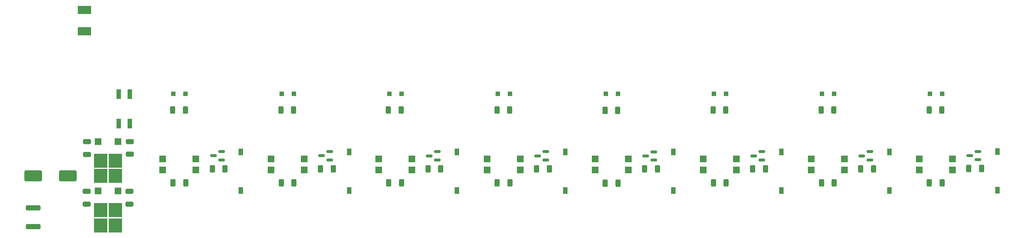
<source format=gbr>
%TF.GenerationSoftware,KiCad,Pcbnew,(6.0.11)*%
%TF.CreationDate,2023-05-25T03:36:55+07:00*%
%TF.ProjectId,RELAY_SHEILD_V2,52454c41-595f-4534-9845-494c445f5632,rev?*%
%TF.SameCoordinates,Original*%
%TF.FileFunction,Paste,Bot*%
%TF.FilePolarity,Positive*%
%FSLAX46Y46*%
G04 Gerber Fmt 4.6, Leading zero omitted, Abs format (unit mm)*
G04 Created by KiCad (PCBNEW (6.0.11)) date 2023-05-25 03:36:55*
%MOMM*%
%LPD*%
G01*
G04 APERTURE LIST*
G04 Aperture macros list*
%AMRoundRect*
0 Rectangle with rounded corners*
0 $1 Rounding radius*
0 $2 $3 $4 $5 $6 $7 $8 $9 X,Y pos of 4 corners*
0 Add a 4 corners polygon primitive as box body*
4,1,4,$2,$3,$4,$5,$6,$7,$8,$9,$2,$3,0*
0 Add four circle primitives for the rounded corners*
1,1,$1+$1,$2,$3*
1,1,$1+$1,$4,$5*
1,1,$1+$1,$6,$7*
1,1,$1+$1,$8,$9*
0 Add four rect primitives between the rounded corners*
20,1,$1+$1,$2,$3,$4,$5,0*
20,1,$1+$1,$4,$5,$6,$7,0*
20,1,$1+$1,$6,$7,$8,$9,0*
20,1,$1+$1,$8,$9,$2,$3,0*%
G04 Aperture macros list end*
%ADD10RoundRect,0.250000X-0.312500X-0.625000X0.312500X-0.625000X0.312500X0.625000X-0.312500X0.625000X0*%
%ADD11RoundRect,0.150000X0.587500X0.150000X-0.587500X0.150000X-0.587500X-0.150000X0.587500X-0.150000X0*%
%ADD12R,1.100000X1.500000*%
%ADD13RoundRect,0.250000X-0.650000X0.325000X-0.650000X-0.325000X0.650000X-0.325000X0.650000X0.325000X0*%
%ADD14R,1.600000X1.600000*%
%ADD15RoundRect,0.250000X0.312500X0.625000X-0.312500X0.625000X-0.312500X-0.625000X0.312500X-0.625000X0*%
%ADD16R,1.100000X1.100000*%
%ADD17RoundRect,0.250000X1.450000X-0.312500X1.450000X0.312500X-1.450000X0.312500X-1.450000X-0.312500X0*%
%ADD18R,3.150000X1.960000*%
%ADD19RoundRect,0.250000X-1.750000X-1.000000X1.750000X-1.000000X1.750000X1.000000X-1.750000X1.000000X0*%
%ADD20R,1.120000X2.160000*%
%ADD21R,3.100000X3.200000*%
%ADD22R,1.500000X1.600000*%
G04 APERTURE END LIST*
D10*
%TO.C,R5*%
X63742500Y-63631000D03*
X66667500Y-63631000D03*
%TD*%
D11*
%TO.C,Q8*%
X189950000Y-59695000D03*
X189950000Y-61595000D03*
X188075000Y-60645000D03*
%TD*%
D10*
%TO.C,R9*%
X79495000Y-50116000D03*
X82420000Y-50116000D03*
%TD*%
D12*
%TO.C,SW9*%
X194412500Y-68645000D03*
X194412500Y-59745000D03*
%TD*%
D13*
%TO.C,C1*%
X34987738Y-57407738D03*
X34987738Y-60357738D03*
%TD*%
D10*
%TO.C,R6*%
X54630000Y-50116000D03*
X57555000Y-50116000D03*
%TD*%
D14*
%TO.C,U6*%
X109535000Y-61375000D03*
X109535000Y-63915000D03*
X101915000Y-63915000D03*
X101915000Y-61375000D03*
%TD*%
D11*
%TO.C,Q5*%
X165130000Y-59705000D03*
X165130000Y-61605000D03*
X163255000Y-60655000D03*
%TD*%
D15*
%TO.C,R13*%
X132095000Y-66895000D03*
X129170000Y-66895000D03*
%TD*%
D14*
%TO.C,U8*%
X159260000Y-61385000D03*
X159260000Y-63925000D03*
X151640000Y-63925000D03*
X151640000Y-61385000D03*
%TD*%
D16*
%TO.C,D3*%
X54817500Y-46381000D03*
X57617500Y-46381000D03*
%TD*%
D15*
%TO.C,R7*%
X82495000Y-66881000D03*
X79570000Y-66881000D03*
%TD*%
D11*
%TO.C,Q7*%
X214750000Y-59695000D03*
X214750000Y-61595000D03*
X212875000Y-60645000D03*
%TD*%
%TO.C,Q1*%
X65855000Y-59681000D03*
X65855000Y-61581000D03*
X63980000Y-60631000D03*
%TD*%
D10*
%TO.C,R11*%
X113292500Y-63645000D03*
X116217500Y-63645000D03*
%TD*%
D13*
%TO.C,C6*%
X44705000Y-68775000D03*
X44705000Y-71725000D03*
%TD*%
D12*
%TO.C,SW3*%
X95182500Y-68631000D03*
X95182500Y-59731000D03*
%TD*%
D13*
%TO.C,C2*%
X44787738Y-57332738D03*
X44787738Y-60282738D03*
%TD*%
D12*
%TO.C,SW7*%
X244012500Y-68583125D03*
X244012500Y-59683125D03*
%TD*%
%TO.C,SW2*%
X70317500Y-68631000D03*
X70317500Y-59731000D03*
%TD*%
D17*
%TO.C,F3*%
X22600000Y-76912500D03*
X22600000Y-72637500D03*
%TD*%
D10*
%TO.C,R21*%
X228325000Y-50068125D03*
X231250000Y-50068125D03*
%TD*%
D12*
%TO.C,SW5*%
X144782500Y-68645000D03*
X144782500Y-59745000D03*
%TD*%
D16*
%TO.C,D13*%
X228512500Y-46333125D03*
X231312500Y-46333125D03*
%TD*%
D10*
%TO.C,R8*%
X88607500Y-63631000D03*
X91532500Y-63631000D03*
%TD*%
%TO.C,R14*%
X138207500Y-63645000D03*
X141132500Y-63645000D03*
%TD*%
%TO.C,R18*%
X153905000Y-50140000D03*
X156830000Y-50140000D03*
%TD*%
D11*
%TO.C,Q3*%
X115405000Y-59695000D03*
X115405000Y-61595000D03*
X113530000Y-60645000D03*
%TD*%
D14*
%TO.C,U5*%
X84850000Y-61361000D03*
X84850000Y-63901000D03*
X77230000Y-63901000D03*
X77230000Y-61361000D03*
%TD*%
D16*
%TO.C,D9*%
X129282500Y-46395000D03*
X132082500Y-46395000D03*
%TD*%
D14*
%TO.C,U11*%
X184080000Y-61375000D03*
X184080000Y-63915000D03*
X176460000Y-63915000D03*
X176460000Y-61375000D03*
%TD*%
D15*
%TO.C,R4*%
X57630000Y-66881000D03*
X54705000Y-66881000D03*
%TD*%
D10*
%TO.C,R12*%
X104180000Y-50130000D03*
X107105000Y-50130000D03*
%TD*%
%TO.C,R26*%
X187837500Y-63645000D03*
X190762500Y-63645000D03*
%TD*%
%TO.C,R27*%
X178725000Y-50130000D03*
X181650000Y-50130000D03*
%TD*%
D14*
%TO.C,U7*%
X134450000Y-61375000D03*
X134450000Y-63915000D03*
X126830000Y-63915000D03*
X126830000Y-61375000D03*
%TD*%
D18*
%TO.C,F1*%
X34350000Y-27070000D03*
X34350000Y-31980000D03*
%TD*%
D16*
%TO.C,D15*%
X203712500Y-46395000D03*
X206512500Y-46395000D03*
%TD*%
D19*
%TO.C,C5*%
X22600000Y-65275000D03*
X30600000Y-65275000D03*
%TD*%
D20*
%TO.C,SW1*%
X44837500Y-53210000D03*
X42297500Y-53210000D03*
X42297500Y-46480000D03*
X44837500Y-46480000D03*
%TD*%
D15*
%TO.C,R22*%
X206525000Y-66895000D03*
X203600000Y-66895000D03*
%TD*%
D16*
%TO.C,D5*%
X79682500Y-46381000D03*
X82482500Y-46381000D03*
%TD*%
D12*
%TO.C,SW8*%
X219212500Y-68645000D03*
X219212500Y-59745000D03*
%TD*%
D11*
%TO.C,Q4*%
X140320000Y-59695000D03*
X140320000Y-61595000D03*
X138445000Y-60645000D03*
%TD*%
D15*
%TO.C,R25*%
X181725000Y-66895000D03*
X178800000Y-66895000D03*
%TD*%
D21*
%TO.C,U2*%
X41505000Y-73150000D03*
X38105000Y-76650000D03*
X38105000Y-73150000D03*
X41505000Y-76650000D03*
D22*
X37505000Y-68750000D03*
X42105000Y-68750000D03*
%TD*%
D12*
%TO.C,SW6*%
X169592500Y-68655000D03*
X169592500Y-59755000D03*
%TD*%
D16*
%TO.C,D17*%
X178912500Y-46395000D03*
X181712500Y-46395000D03*
%TD*%
D13*
%TO.C,C4*%
X34905000Y-68775000D03*
X34905000Y-71725000D03*
%TD*%
D21*
%TO.C,U1*%
X41487738Y-61767262D03*
X38087738Y-65267262D03*
X38087738Y-61767262D03*
X41487738Y-65267262D03*
D22*
X37487738Y-57367262D03*
X42087738Y-57367262D03*
%TD*%
D15*
%TO.C,R10*%
X107180000Y-66895000D03*
X104255000Y-66895000D03*
%TD*%
D10*
%TO.C,R23*%
X212637500Y-63645000D03*
X215562500Y-63645000D03*
%TD*%
%TO.C,R24*%
X203525000Y-50130000D03*
X206450000Y-50130000D03*
%TD*%
D12*
%TO.C,SW4*%
X119867500Y-68645000D03*
X119867500Y-59745000D03*
%TD*%
D11*
%TO.C,Q2*%
X90720000Y-59681000D03*
X90720000Y-61581000D03*
X88845000Y-60631000D03*
%TD*%
%TO.C,Q6*%
X239550000Y-59633125D03*
X239550000Y-61533125D03*
X237675000Y-60583125D03*
%TD*%
D10*
%TO.C,R17*%
X163017500Y-63655000D03*
X165942500Y-63655000D03*
%TD*%
D15*
%TO.C,R19*%
X231325000Y-66833125D03*
X228400000Y-66833125D03*
%TD*%
D10*
%TO.C,R20*%
X237437500Y-63583125D03*
X240362500Y-63583125D03*
%TD*%
D16*
%TO.C,D11*%
X154092500Y-46405000D03*
X156892500Y-46405000D03*
%TD*%
D14*
%TO.C,U4*%
X59985000Y-61361000D03*
X59985000Y-63901000D03*
X52365000Y-63901000D03*
X52365000Y-61361000D03*
%TD*%
%TO.C,U9*%
X233680000Y-61313125D03*
X233680000Y-63853125D03*
X226060000Y-63853125D03*
X226060000Y-61313125D03*
%TD*%
D10*
%TO.C,R15*%
X129095000Y-50130000D03*
X132020000Y-50130000D03*
%TD*%
D14*
%TO.C,U10*%
X208880000Y-61375000D03*
X208880000Y-63915000D03*
X201260000Y-63915000D03*
X201260000Y-61375000D03*
%TD*%
D16*
%TO.C,D7*%
X104367500Y-46395000D03*
X107167500Y-46395000D03*
%TD*%
D15*
%TO.C,R16*%
X156905000Y-66905000D03*
X153980000Y-66905000D03*
%TD*%
M02*

</source>
